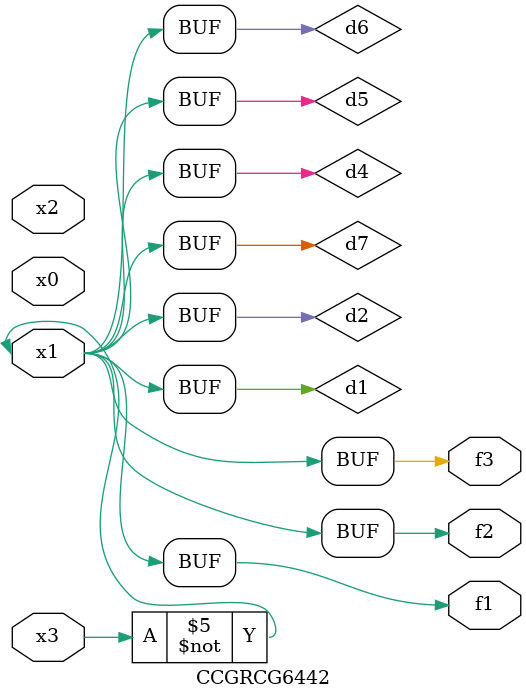
<source format=v>
module CCGRCG6442(
	input x0, x1, x2, x3,
	output f1, f2, f3
);

	wire d1, d2, d3, d4, d5, d6, d7;

	not (d1, x3);
	buf (d2, x1);
	xnor (d3, d1, d2);
	nor (d4, d1);
	buf (d5, d1, d2);
	buf (d6, d4, d5);
	nand (d7, d4);
	assign f1 = d6;
	assign f2 = d7;
	assign f3 = d6;
endmodule

</source>
